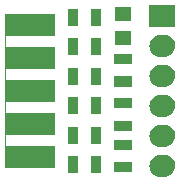
<source format=gbs>
G04 #@! TF.FileFunction,Soldermask,Bot*
%FSLAX46Y46*%
G04 Gerber Fmt 4.6, Leading zero omitted, Abs format (unit mm)*
G04 Created by KiCad (PCBNEW 4.0.2-stable) date 26/07/2016 9:56:19 PM*
%MOMM*%
G01*
G04 APERTURE LIST*
%ADD10C,0.100000*%
G04 APERTURE END LIST*
D10*
G36*
X143753749Y-115410277D02*
X143753754Y-115410278D01*
X143755807Y-115410292D01*
X143938080Y-115430737D01*
X144112912Y-115486197D01*
X144273641Y-115574558D01*
X144414146Y-115692456D01*
X144529076Y-115835400D01*
X144614052Y-115997945D01*
X144665839Y-116173899D01*
X144665843Y-116173940D01*
X144665844Y-116173944D01*
X144682463Y-116356558D01*
X144663295Y-116538926D01*
X144663290Y-116538973D01*
X144609052Y-116714187D01*
X144521815Y-116875529D01*
X144404900Y-117016855D01*
X144262762Y-117132779D01*
X144100815Y-117218888D01*
X143925226Y-117271902D01*
X143742685Y-117289800D01*
X143427283Y-117289800D01*
X143416251Y-117289723D01*
X143416246Y-117289722D01*
X143414193Y-117289708D01*
X143231920Y-117269263D01*
X143057088Y-117213803D01*
X142896359Y-117125442D01*
X142755854Y-117007544D01*
X142640924Y-116864600D01*
X142555948Y-116702055D01*
X142504161Y-116526101D01*
X142504157Y-116526060D01*
X142504156Y-116526056D01*
X142487537Y-116343442D01*
X142506705Y-116161074D01*
X142506710Y-116161027D01*
X142560948Y-115985813D01*
X142648185Y-115824471D01*
X142765100Y-115683145D01*
X142907238Y-115567221D01*
X143069185Y-115481112D01*
X143244774Y-115428098D01*
X143427315Y-115410200D01*
X143742717Y-115410200D01*
X143753749Y-115410277D01*
X143753749Y-115410277D01*
G37*
G36*
X138376200Y-116976200D02*
X137523800Y-116976200D01*
X137523800Y-115523800D01*
X138376200Y-115523800D01*
X138376200Y-116976200D01*
X138376200Y-116976200D01*
G37*
G36*
X136476200Y-116976200D02*
X135623800Y-116976200D01*
X135623800Y-115523800D01*
X136476200Y-115523800D01*
X136476200Y-116976200D01*
X136476200Y-116976200D01*
G37*
G36*
X140976200Y-116876200D02*
X139523800Y-116876200D01*
X139523800Y-116023800D01*
X140976200Y-116023800D01*
X140976200Y-116876200D01*
X140976200Y-116876200D01*
G37*
G36*
X134533200Y-105377200D02*
X130400800Y-105377200D01*
X130386647Y-105379211D01*
X130373616Y-105385086D01*
X130362736Y-105394358D01*
X130354871Y-105406294D01*
X130350642Y-105419949D01*
X130350000Y-105428000D01*
X130350000Y-106190000D01*
X130352011Y-106204153D01*
X130357886Y-106217184D01*
X130367158Y-106228064D01*
X130379094Y-106235929D01*
X130392749Y-106240158D01*
X130400800Y-106240800D01*
X134533200Y-106240800D01*
X134533200Y-108171200D01*
X130400800Y-108171200D01*
X130386647Y-108173211D01*
X130373616Y-108179086D01*
X130362736Y-108188358D01*
X130354871Y-108200294D01*
X130350642Y-108213949D01*
X130350000Y-108222000D01*
X130350000Y-108984000D01*
X130352011Y-108998153D01*
X130357886Y-109011184D01*
X130367158Y-109022064D01*
X130379094Y-109029929D01*
X130392749Y-109034158D01*
X130400800Y-109034800D01*
X134533200Y-109034800D01*
X134533200Y-110965200D01*
X130400800Y-110965200D01*
X130386647Y-110967211D01*
X130373616Y-110973086D01*
X130362736Y-110982358D01*
X130354871Y-110994294D01*
X130350642Y-111007949D01*
X130350000Y-111016000D01*
X130350000Y-111778000D01*
X130352011Y-111792153D01*
X130357886Y-111805184D01*
X130367158Y-111816064D01*
X130379094Y-111823929D01*
X130392749Y-111828158D01*
X130400800Y-111828800D01*
X134533200Y-111828800D01*
X134533200Y-113759200D01*
X130400800Y-113759200D01*
X130386647Y-113761211D01*
X130373616Y-113767086D01*
X130362736Y-113776358D01*
X130354871Y-113788294D01*
X130350642Y-113801949D01*
X130350000Y-113810000D01*
X130350000Y-114572000D01*
X130352011Y-114586153D01*
X130357886Y-114599184D01*
X130367158Y-114610064D01*
X130379094Y-114617929D01*
X130392749Y-114622158D01*
X130400800Y-114622800D01*
X134533200Y-114622800D01*
X134533200Y-116553200D01*
X130300800Y-116553200D01*
X130300800Y-116550800D01*
X130298789Y-116536647D01*
X130292914Y-116523616D01*
X130283642Y-116512736D01*
X130271706Y-116504871D01*
X130260082Y-116501010D01*
X130255095Y-116500000D01*
X130250000Y-116500000D01*
X130250000Y-103500000D01*
X130254738Y-103500000D01*
X130259393Y-103499124D01*
X130272930Y-103494531D01*
X130284651Y-103486348D01*
X130293628Y-103475224D01*
X130299151Y-103462039D01*
X130300800Y-103449200D01*
X130300800Y-103446800D01*
X134533200Y-103446800D01*
X134533200Y-105377200D01*
X134533200Y-105377200D01*
G37*
G36*
X140976200Y-114976200D02*
X139523800Y-114976200D01*
X139523800Y-114123800D01*
X140976200Y-114123800D01*
X140976200Y-114976200D01*
X140976200Y-114976200D01*
G37*
G36*
X143753749Y-112870277D02*
X143753754Y-112870278D01*
X143755807Y-112870292D01*
X143938080Y-112890737D01*
X144112912Y-112946197D01*
X144273641Y-113034558D01*
X144414146Y-113152456D01*
X144529076Y-113295400D01*
X144614052Y-113457945D01*
X144665839Y-113633899D01*
X144665843Y-113633940D01*
X144665844Y-113633944D01*
X144682463Y-113816558D01*
X144664648Y-113986056D01*
X144663290Y-113998973D01*
X144609052Y-114174187D01*
X144521815Y-114335529D01*
X144404900Y-114476855D01*
X144262762Y-114592779D01*
X144100815Y-114678888D01*
X143925226Y-114731902D01*
X143742685Y-114749800D01*
X143427283Y-114749800D01*
X143416251Y-114749723D01*
X143416246Y-114749722D01*
X143414193Y-114749708D01*
X143231920Y-114729263D01*
X143057088Y-114673803D01*
X142896359Y-114585442D01*
X142755854Y-114467544D01*
X142640924Y-114324600D01*
X142555948Y-114162055D01*
X142504161Y-113986101D01*
X142504157Y-113986060D01*
X142504156Y-113986056D01*
X142487537Y-113803442D01*
X142506705Y-113621074D01*
X142506710Y-113621027D01*
X142560948Y-113445813D01*
X142648185Y-113284471D01*
X142765100Y-113143145D01*
X142907238Y-113027221D01*
X143069185Y-112941112D01*
X143244774Y-112888098D01*
X143427315Y-112870200D01*
X143742717Y-112870200D01*
X143753749Y-112870277D01*
X143753749Y-112870277D01*
G37*
G36*
X136476200Y-114476200D02*
X135623800Y-114476200D01*
X135623800Y-113023800D01*
X136476200Y-113023800D01*
X136476200Y-114476200D01*
X136476200Y-114476200D01*
G37*
G36*
X138376200Y-114476200D02*
X137523800Y-114476200D01*
X137523800Y-113023800D01*
X138376200Y-113023800D01*
X138376200Y-114476200D01*
X138376200Y-114476200D01*
G37*
G36*
X140976200Y-113376200D02*
X139523800Y-113376200D01*
X139523800Y-112523800D01*
X140976200Y-112523800D01*
X140976200Y-113376200D01*
X140976200Y-113376200D01*
G37*
G36*
X143753749Y-110330277D02*
X143753754Y-110330278D01*
X143755807Y-110330292D01*
X143938080Y-110350737D01*
X144112912Y-110406197D01*
X144273641Y-110494558D01*
X144414146Y-110612456D01*
X144529076Y-110755400D01*
X144614052Y-110917945D01*
X144665839Y-111093899D01*
X144665843Y-111093940D01*
X144665844Y-111093944D01*
X144682463Y-111276558D01*
X144664648Y-111446056D01*
X144663290Y-111458973D01*
X144609052Y-111634187D01*
X144521815Y-111795529D01*
X144404900Y-111936855D01*
X144262762Y-112052779D01*
X144100815Y-112138888D01*
X143925226Y-112191902D01*
X143742685Y-112209800D01*
X143427283Y-112209800D01*
X143416251Y-112209723D01*
X143416246Y-112209722D01*
X143414193Y-112209708D01*
X143231920Y-112189263D01*
X143057088Y-112133803D01*
X142896359Y-112045442D01*
X142755854Y-111927544D01*
X142640924Y-111784600D01*
X142555948Y-111622055D01*
X142504161Y-111446101D01*
X142504157Y-111446060D01*
X142504156Y-111446056D01*
X142487537Y-111263442D01*
X142506705Y-111081074D01*
X142506710Y-111081027D01*
X142560948Y-110905813D01*
X142648185Y-110744471D01*
X142765100Y-110603145D01*
X142907238Y-110487221D01*
X143069185Y-110401112D01*
X143244774Y-110348098D01*
X143427315Y-110330200D01*
X143742717Y-110330200D01*
X143753749Y-110330277D01*
X143753749Y-110330277D01*
G37*
G36*
X136476200Y-111976200D02*
X135623800Y-111976200D01*
X135623800Y-110523800D01*
X136476200Y-110523800D01*
X136476200Y-111976200D01*
X136476200Y-111976200D01*
G37*
G36*
X138376200Y-111976200D02*
X137523800Y-111976200D01*
X137523800Y-110523800D01*
X138376200Y-110523800D01*
X138376200Y-111976200D01*
X138376200Y-111976200D01*
G37*
G36*
X140976200Y-111476200D02*
X139523800Y-111476200D01*
X139523800Y-110623800D01*
X140976200Y-110623800D01*
X140976200Y-111476200D01*
X140976200Y-111476200D01*
G37*
G36*
X143753749Y-107790277D02*
X143753754Y-107790278D01*
X143755807Y-107790292D01*
X143938080Y-107810737D01*
X144112912Y-107866197D01*
X144273641Y-107954558D01*
X144414146Y-108072456D01*
X144529076Y-108215400D01*
X144614052Y-108377945D01*
X144665839Y-108553899D01*
X144665843Y-108553940D01*
X144665844Y-108553944D01*
X144682463Y-108736558D01*
X144664648Y-108906056D01*
X144663290Y-108918973D01*
X144609052Y-109094187D01*
X144521815Y-109255529D01*
X144404900Y-109396855D01*
X144262762Y-109512779D01*
X144100815Y-109598888D01*
X143925226Y-109651902D01*
X143742685Y-109669800D01*
X143427283Y-109669800D01*
X143416251Y-109669723D01*
X143416246Y-109669722D01*
X143414193Y-109669708D01*
X143231920Y-109649263D01*
X143057088Y-109593803D01*
X142896359Y-109505442D01*
X142755854Y-109387544D01*
X142640924Y-109244600D01*
X142555948Y-109082055D01*
X142504161Y-108906101D01*
X142504157Y-108906060D01*
X142504156Y-108906056D01*
X142487537Y-108723442D01*
X142506705Y-108541074D01*
X142506710Y-108541027D01*
X142560948Y-108365813D01*
X142648185Y-108204471D01*
X142765100Y-108063145D01*
X142907238Y-107947221D01*
X143069185Y-107861112D01*
X143244774Y-107808098D01*
X143427315Y-107790200D01*
X143742717Y-107790200D01*
X143753749Y-107790277D01*
X143753749Y-107790277D01*
G37*
G36*
X140976200Y-109626200D02*
X139523800Y-109626200D01*
X139523800Y-108773800D01*
X140976200Y-108773800D01*
X140976200Y-109626200D01*
X140976200Y-109626200D01*
G37*
G36*
X136476200Y-109476200D02*
X135623800Y-109476200D01*
X135623800Y-108023800D01*
X136476200Y-108023800D01*
X136476200Y-109476200D01*
X136476200Y-109476200D01*
G37*
G36*
X138376200Y-109476200D02*
X137523800Y-109476200D01*
X137523800Y-108023800D01*
X138376200Y-108023800D01*
X138376200Y-109476200D01*
X138376200Y-109476200D01*
G37*
G36*
X140976200Y-107726200D02*
X139523800Y-107726200D01*
X139523800Y-106873800D01*
X140976200Y-106873800D01*
X140976200Y-107726200D01*
X140976200Y-107726200D01*
G37*
G36*
X143753749Y-105250277D02*
X143753754Y-105250278D01*
X143755807Y-105250292D01*
X143938080Y-105270737D01*
X144112912Y-105326197D01*
X144273641Y-105414558D01*
X144414146Y-105532456D01*
X144529076Y-105675400D01*
X144614052Y-105837945D01*
X144665839Y-106013899D01*
X144665843Y-106013940D01*
X144665844Y-106013944D01*
X144682463Y-106196558D01*
X144664648Y-106366056D01*
X144663290Y-106378973D01*
X144609052Y-106554187D01*
X144521815Y-106715529D01*
X144404900Y-106856855D01*
X144262762Y-106972779D01*
X144100815Y-107058888D01*
X143925226Y-107111902D01*
X143742685Y-107129800D01*
X143427283Y-107129800D01*
X143416251Y-107129723D01*
X143416246Y-107129722D01*
X143414193Y-107129708D01*
X143231920Y-107109263D01*
X143057088Y-107053803D01*
X142896359Y-106965442D01*
X142755854Y-106847544D01*
X142640924Y-106704600D01*
X142555948Y-106542055D01*
X142504161Y-106366101D01*
X142504157Y-106366060D01*
X142504156Y-106366056D01*
X142487537Y-106183442D01*
X142506705Y-106001074D01*
X142506710Y-106001027D01*
X142560948Y-105825813D01*
X142648185Y-105664471D01*
X142765100Y-105523145D01*
X142907238Y-105407221D01*
X143069185Y-105321112D01*
X143244774Y-105268098D01*
X143427315Y-105250200D01*
X143742717Y-105250200D01*
X143753749Y-105250277D01*
X143753749Y-105250277D01*
G37*
G36*
X136476200Y-106976200D02*
X135623800Y-106976200D01*
X135623800Y-105523800D01*
X136476200Y-105523800D01*
X136476200Y-106976200D01*
X136476200Y-106976200D01*
G37*
G36*
X138376200Y-106976200D02*
X137523800Y-106976200D01*
X137523800Y-105523800D01*
X138376200Y-105523800D01*
X138376200Y-106976200D01*
X138376200Y-106976200D01*
G37*
G36*
X140951200Y-106076200D02*
X139548800Y-106076200D01*
X139548800Y-104923800D01*
X140951200Y-104923800D01*
X140951200Y-106076200D01*
X140951200Y-106076200D01*
G37*
G36*
X144677200Y-104589800D02*
X142492800Y-104589800D01*
X142492800Y-102710200D01*
X144677200Y-102710200D01*
X144677200Y-104589800D01*
X144677200Y-104589800D01*
G37*
G36*
X138376200Y-104476200D02*
X137523800Y-104476200D01*
X137523800Y-103023800D01*
X138376200Y-103023800D01*
X138376200Y-104476200D01*
X138376200Y-104476200D01*
G37*
G36*
X136476200Y-104476200D02*
X135623800Y-104476200D01*
X135623800Y-103023800D01*
X136476200Y-103023800D01*
X136476200Y-104476200D01*
X136476200Y-104476200D01*
G37*
G36*
X140951200Y-104076200D02*
X139548800Y-104076200D01*
X139548800Y-102923800D01*
X140951200Y-102923800D01*
X140951200Y-104076200D01*
X140951200Y-104076200D01*
G37*
M02*

</source>
